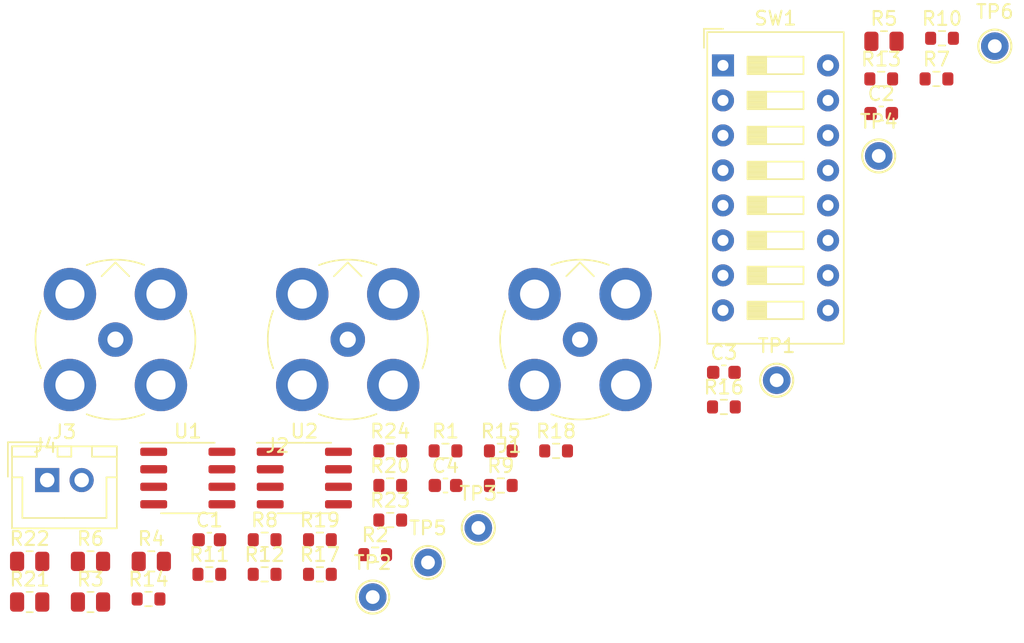
<source format=kicad_pcb>
(kicad_pcb (version 20211014) (generator pcbnew)
  (layers (0 "F.Cu" signal) (31 "B.Cu" signal) (34 "B.Paste" user) (35 "F.Paste" user) (36 "B.SilkS" user "B.Silkscreen") (37 "F.SilkS" user "F.Silkscreen") (38 "B.Mask" user) (39 "F.Mask" user) (44 "Edge.Cuts" user))
  (net 0 "")
  (net 1 "+24V")
  (net 2 "GND")
  (net 3 "Net-(C3-Pad2)")
  (net 4 "/SW1_1_P16")
  (net 5 "GNDS")
  (net 6 "/SW1_5_P12")
  (net 7 "Net-(J4-Pad1)")
  (net 8 "/SW1_1_P1")
  (net 9 "/SW1_5_P5")
  (net 10 "Net-(R11-Pad1)")
  (net 11 "Net-(R14-Pad1)")
  (net 12 "Net-(R9-Pad2)")
  (net 13 "Net-(R10-Pad2)")
  (net 14 "/SW1_4_P4")
  (net 15 "/SW1_3_P3")
  (net 16 "/SW1_2_P2")
  (net 17 "/SW1_8_P8")
  (net 18 "/SW1_7_P7")
  (net 19 "/SW1_6_P6")
  (net 20 "/SW1_2_P15")
  (net 21 "Net-(R17-Pad2)")
  (net 22 "/SW1_6_P11")
  (net 23 "Net-(R19-Pad2)")
  (net 24 "Net-(R20-Pad2)")
  (footprint "Julio_Testpoints:TestPoint_RH-5000" (layer "F.Cu") (at 173.2386 57.2554)
    (fp_text reference "TP4" (at 0 -2.5) (layer "F.SilkS"))
    (fp_text value "Canal_2_G")
    (fp_circle (center 0 0) (end 1.2 0) (layer "F.SilkS") (width 0.15) (fill none))
    (pad "1" thru_hole circle (at 0 0) (size 2 2) (drill 1) (layers *.Cu *.Mask) (net 22 "/SW1_6_P11"))
  )
  (footprint "Resistor_SMD:R_0603_1608Metric" (layer "F.Cu") (at 162.0086 75.4754)
    (fp_text reference "R16" (at 0 -1.43) (layer "F.SilkS"))
    (fp_text value "10K")
    (fp_line (start -0.237258 0.5225) (end 0.237258 0.5225) (layer "F.SilkS") (width 0.12))
    (fp_line (start -0.237258 -0.5225) (end 0.237258 -0.5225) (layer "F.SilkS") (width 0.12))
    (pad "1" smd roundrect (at -0.825 0) (size 0.8 0.95) (layers "F.Cu" "F.Paste" "F.Mask") (net 11 "Net-(R14-Pad1)"))
    (pad "2" smd roundrect (at 0.825 0) (size 0.8 0.95) (layers "F.Cu" "F.Paste" "F.Mask") (net 19 "/SW1_6_P6"))
  )
  (footprint "Julio_Testpoints:TestPoint_RH-5000" (layer "F.Cu") (at 165.8386 73.5354)
    (fp_text reference "TP1" (at 0 -2.5) (layer "F.SilkS"))
    (fp_text value "Canal 1")
    (fp_circle (center 0 0) (end 1.2 0) (layer "F.SilkS") (width 0.15) (fill none))
    (pad "1" thru_hole circle (at 0 0) (size 2 2) (drill 1) (layers *.Cu *.Mask) (net 4 "/SW1_1_P16"))
  )
  (footprint "Resistor_SMD:R_0603_1608Metric" (layer "F.Cu") (at 137.8086 83.6854)
    (fp_text reference "R23" (at 0 -1.43) (layer "F.SilkS"))
    (fp_text value "10K")
    (fp_line (start -0.237258 -0.5225) (end 0.237258 -0.5225) (layer "F.SilkS") (width 0.12))
    (fp_line (start -0.237258 0.5225) (end 0.237258 0.5225) (layer "F.SilkS") (width 0.12))
    (pad "1" smd roundrect (at -0.825 0) (size 0.8 0.95) (layers "F.Cu" "F.Paste" "F.Mask") (net 3 "Net-(C3-Pad2)"))
    (pad "2" smd roundrect (at 0.825 0) (size 0.8 0.95) (layers "F.Cu" "F.Paste" "F.Mask") (net 1 "+24V"))
  )
  (footprint "Capacitor_SMD:C_0603_1608Metric" (layer "F.Cu") (at 173.4186 54.1754)
    (fp_text reference "C2" (at 0 -1.43) (layer "F.SilkS"))
    (fp_text value "100nF 50V")
    (fp_line (start -0.14058 0.51) (end 0.14058 0.51) (layer "F.SilkS") (width 0.12))
    (fp_line (start -0.14058 -0.51) (end 0.14058 -0.51) (layer "F.SilkS") (width 0.12))
    (pad "1" smd roundrect (at -0.775 0) (size 0.9 0.95) (layers "F.Cu" "F.Paste" "F.Mask") (net 1 "+24V"))
    (pad "2" smd roundrect (at 0.775 0) (size 0.9 0.95) (layers "F.Cu" "F.Paste" "F.Mask") (net 2 "GND"))
  )
  (footprint "Package_SO:SOIC-8_3.9x4.9mm_P1.27mm" (layer "F.Cu") (at 131.5786 80.6354)
    (fp_text reference "U2" (at 0 -3.4) (layer "F.SilkS"))
    (fp_text value "LM358DT")
    (fp_line (start 0 2.56) (end -1.95 2.56) (layer "F.SilkS") (width 0.12))
    (fp_line (start 0 2.56) (end 1.95 2.56) (layer "F.SilkS") (width 0.12))
    (fp_line (start 0 -2.56) (end 1.95 -2.56) (layer "F.SilkS") (width 0.12))
    (fp_line (start 0 -2.56) (end -3.45 -2.56) (layer "F.SilkS") (width 0.12))
    (pad "1" smd roundrect (at -2.475 -1.905) (size 1.95 0.6) (layers "F.Cu" "F.Paste" "F.Mask") (net 24 "Net-(R20-Pad2)"))
    (pad "2" smd roundrect (at -2.475 -0.635) (size 1.95 0.6) (layers "F.Cu" "F.Paste" "F.Mask") (net 21 "Net-(R17-Pad2)"))
    (pad "3" smd roundrect (at -2.475 0.635) (size 1.95 0.6) (layers "F.Cu" "F.Paste" "F.Mask") (net 23 "Net-(R19-Pad2)"))
    (pad "4" smd roundrect (at -2.475 1.905) (size 1.95 0.6) (layers "F.Cu" "F.Paste" "F.Mask") (net 2 "GND"))
    (pad "5" smd roundrect (at 2.475 1.905) (size 1.95 0.6) (layers "F.Cu" "F.Paste" "F.Mask") (net 3 "Net-(C3-Pad2)"))
    (pad "6" smd roundrect (at 2.475 0.635) (size 1.95 0.6) (layers "F.Cu" "F.Paste" "F.Mask") (net 5 "GNDS"))
    (pad "7" smd roundrect (at 2.475 -0.635) (size 1.95 0.6) (layers "F.Cu" "F.Paste" "F.Mask") (net 5 "GNDS"))
    (pad "8" smd roundrect (at 2.475 -1.905) (size 1.95 0.6) (layers "F.Cu" "F.Paste" "F.Mask") (net 1 "+24V"))
  )
  (footprint "Resistor_SMD:R_0603_1608Metric" (layer "F.Cu") (at 149.8386 78.6654)
    (fp_text reference "R18" (at 0 -1.43) (layer "F.SilkS"))
    (fp_text value "10K")
    (fp_line (start -0.237258 -0.5225) (end 0.237258 -0.5225) (layer "F.SilkS") (width 0.12))
    (fp_line (start -0.237258 0.5225) (end 0.237258 0.5225) (layer "F.SilkS") (width 0.12))
    (pad "1" smd roundrect (at -0.825 0) (size 0.8 0.95) (layers "F.Cu" "F.Paste" "F.Mask") (net 22 "/SW1_6_P11"))
    (pad "2" smd roundrect (at 0.825 0) (size 0.8 0.95) (layers "F.Cu" "F.Paste" "F.Mask") (net 21 "Net-(R17-Pad2)"))
  )
  (footprint "Julio_Testpoints:TestPoint_RH-5000" (layer "F.Cu") (at 181.6586 49.2854)
    (fp_text reference "TP6" (at 0 -2.5) (layer "F.SilkS"))
    (fp_text value "GNDS")
    (fp_circle (center 0 0) (end 1.2 0) (layer "F.SilkS") (width 0.15) (fill none))
    (pad "1" thru_hole circle (at 0 0) (size 2 2) (drill 1) (layers *.Cu *.Mask) (net 5 "GNDS"))
  )
  (footprint "Package_SO:SOIC-8_3.9x4.9mm_P1.27mm" (layer "F.Cu") (at 123.1286 80.6354)
    (fp_text reference "U1" (at 0 -3.4) (layer "F.SilkS"))
    (fp_text value "LM358DT")
    (fp_line (start 0 2.56) (end 1.95 2.56) (layer "F.SilkS") (width 0.12))
    (fp_line (start 0 2.56) (end -1.95 2.56) (layer "F.SilkS") (width 0.12))
    (fp_line (start 0 -2.56) (end 1.95 -2.56) (layer "F.SilkS") (width 0.12))
    (fp_line (start 0 -2.56) (end -3.45 -2.56) (layer "F.SilkS") (width 0.12))
    (pad "1" smd roundrect (at -2.475 -1.905) (size 1.95 0.6) (layers "F.Cu" "F.Paste" "F.Mask") (net 20 "/SW1_2_P15"))
    (pad "2" smd roundrect (at -2.475 -0.635) (size 1.95 0.6) (layers "F.Cu" "F.Paste" "F.Mask") (net 10 "Net-(R11-Pad1)"))
    (pad "3" smd roundrect (at -2.475 0.635) (size 1.95 0.6) (layers "F.Cu" "F.Paste" "F.Mask") (net 12 "Net-(R9-Pad2)"))
    (pad "4" smd roundrect (at -2.475 1.905) (size 1.95 0.6) (layers "F.Cu" "F.Paste" "F.Mask") (net 2 "GND"))
    (pad "5" smd roundrect (at 2.475 1.905) (size 1.95 0.6) (layers "F.Cu" "F.Paste" "F.Mask") (net 13 "Net-(R10-Pad2)"))
    (pad "6" smd roundrect (at 2.475 0.635) (size 1.95 0.6) (layers "F.Cu" "F.Paste" "F.Mask") (net 11 "Net-(R14-Pad1)"))
    (pad "7" smd roundrect (at 2.475 -0.635) (size 1.95 0.6) (layers "F.Cu" "F.Paste" "F.Mask") (net 22 "/SW1_6_P11"))
    (pad "8" smd roundrect (at 2.475 -1.905) (size 1.95 0.6) (layers "F.Cu" "F.Paste" "F.Mask") (net 1 "+24V"))
  )
  (footprint "Resistor_SMD:R_0603_1608Metric" (layer "F.Cu") (at 136.7186 86.1954)
    (fp_text reference "R2" (at 0 -1.43) (layer "F.SilkS"))
    (fp_text value "1M")
    (fp_line (start -0.237258 -0.5225) (end 0.237258 -0.5225) (layer "F.SilkS") (width 0.12))
    (fp_line (start -0.237258 0.5225) (end 0.237258 0.5225) (layer "F.SilkS") (width 0.12))
    (pad "1" smd roundrect (at -0.825 0) (size 0.8 0.95) (layers "F.Cu" "F.Paste" "F.Mask") (net 5 "GNDS"))
    (pad "2" smd roundrect (at 0.825 0) (size 0.8 0.95) (layers "F.Cu" "F.Paste" "F.Mask") (net 6 "/SW1_5_P12"))
  )
  (footprint "Julio_Testpoints:TestPoint_RH-5000" (layer "F.Cu") (at 136.5386 89.2754)
    (fp_text reference "TP2" (at 0 -2.5) (layer "F.SilkS"))
    (fp_text value "Canal 2")
    (fp_circle (center 0 0) (end 1.2 0) (layer "F.SilkS") (width 0.15) (fill none))
    (pad "1" thru_hole circle (at 0 0) (size 2 2) (drill 1) (layers *.Cu *.Mask) (net 6 "/SW1_5_P12"))
  )
  (footprint "Julio_Testpoints:TestPoint_RH-5000" (layer "F.Cu") (at 144.1986 84.2554)
    (fp_text reference "TP3" (at 0 -2.5) (layer "F.SilkS"))
    (fp_text value "Canal_1_G")
    (fp_circle (center 0 0) (end 1.2 0) (layer "F.SilkS") (width 0.15) (fill none))
    (pad "1" thru_hole circle (at 0 0) (size 2 2) (drill 1) (layers *.Cu *.Mask) (net 20 "/SW1_2_P15"))
  )
  (footprint "Julio_Connectors:JST_XH_B02B-XH-A_02x2.50mm_Straight" (layer "F.Cu") (at 112.9286 80.7854)
    (fp_text reference "J3" (at 1.25 -3.5) (layer "F.SilkS"))
    (fp_text value "Conn_01x02")
    (fp_line (start 0.75 -2.45) (end 0.75 -1.7) (layer "F.SilkS") (width 0.12))
    (fp_line (start 5.05 -0.2) (end 4.3 -0.2) (layer "F.SilkS") (width 0.12))
    (fp_line (start -2.55 -2.45) (end -2.55 -1.7) (layer "F.SilkS") (width 0.12))
    (fp_line (start 4.3 -0.2) (end 4.3 2.75) (layer "F.SilkS") (width 0.12))
    (fp_line (start -2.55 -0.2) (end -1.8 -0.2) (layer "F.SilkS") (width 0.12))
    (fp_line (start 0.75 -1.7) (end 1.75 -1.7) (layer "F.SilkS") (width 0.12))
    (fp_line (start -2.85 -2.75) (end -2.85 -0.25) (layer "F.SilkS") (width 0.12))
    (fp_line (start 5.05 -1.7) (end 5.05 -2.45) (layer "F.SilkS") (width 0.12))
    (fp_line (start 4.3 2.75) (end 1.25 2.75) (layer "F.SilkS") (width 0.12))
    (fp_line (start -0.35 -2.75) (end -2.85 -2.75) (layer "F.SilkS") (width 0.12))
    (fp_line (start -1.8 -0.2) (end -1.8 2.75) (layer "F.SilkS") (width 0.12))
    (fp_line (start -1.8 2.75) (end 1.25 2.75) (layer "F.SilkS") (width 0.12))
    (fp_line (start 5.05 -2.45) (end 3.25 -2.45) (layer "F.SilkS") (width 0.12))
    (fp_line (start -0.75 -1.7) (end -0.75 -2.45) (layer "F.SilkS") (width 0.12))
    (fp_line (start 1.75 -1.7) (end 1.75 -2.45) (layer "F.SilkS") (width 0.12))
    (fp_line (start -2.55 -1.7) (end -0.75 -1.7) (layer "F.SilkS") (width 0.12))
    (fp_line (start 3.25 -2.45) (end 3.25 -1.7) (layer "F.SilkS") (width 0.12))
    (fp_line (start 3.25 -1.7) (end 5.05 -1.7) (layer "F.SilkS") (width 0.12))
    (fp_line (start -2.55 -2.45) (end -2.55 3.5) (layer "F.SilkS") (width 0.12))
    (fp_line (start 1.75 -2.45) (end 0.75 -2.45) (layer "F.SilkS") (width 0.12))
    (fp_line (start -0.75 -2.45) (end -2.55 -2.45) (layer "F.SilkS") (width 0.12))
    (fp_line (start -2.55 3.5) (end 5.05 3.5) (layer "F.SilkS") (width 0.12))
    (fp_line (start 5.05 3.5) (end 5.05 -2.45) (layer "F.SilkS") (width 0.12))
    (fp_line (start 5.05 -2.45) (end -2.55 -2.45) (layer "F.SilkS") (width 0.12))
    (pad "1" thru_hole rect (at 0 0) (size 1.75 1.75) (drill 1.05) (layers *.Cu *.Mask) (net 1 "+24V"))
    (pad "2" thru_hole circle (at 2.5 0) (size 1.75 1.75) (drill 1.05) (layers *.Cu *.Mask) (net 2 "GND"))
  )
  (footprint "Resistor_SMD:R_0805_2012Metric" (layer "F.Cu") (at 120.4786 86.6854)
    (fp_text reference "R4" (at 0 -1.65) (layer "F.SilkS"))
    (fp_text value "100R")
    (fp_line (start -0.227064 0.735) (end 0.227064 0.735) (layer "F.SilkS") (width 0.12))
    (fp_line (start -0.227064 -0.735) (end 0.227064 -0.735) (layer "F.SilkS") (width 0.12))
    (pad "1" smd roundrect (at -0.9125 0) (size 1.025 1.4) (layers "F.Cu" "F.Paste" "F.Mask") (roundrect_rratio 0.243902) (net 9 "/SW1_5_P5"))
    (pad "2" smd roundrect (at 0.9125 0) (size 1.025 1.4) (layers "F.Cu" "F.Paste" "F.Mask") (roundrect_rratio 0.243902) (net 5 "GNDS"))
  )
  (footprint "Resistor_SMD:R_0603_1608Metric" (layer "F.Cu") (at 137.8086 78.6654)
    (fp_text reference "R24" (at 0 -1.43) (layer "F.SilkS"))
    (fp_text value "10K")
    (fp_line (start -0.237258 -0.5225) (end 0.237258 -0.5225) (layer "F.SilkS") (width 0.12))
    (fp_line (start -0.237258 0.5225) (end 0.237258 0.5225) (layer "F.SilkS") (width 0.12))
    (pad "1" smd roundrect (at -0.825 0) (size 0.8 0.95) (layers "F.Cu" "F.Paste" "F.Mask") (net 2 "GND"))
    (pad "2" smd roundrect (at 0.825 0) (size 0.8 0.95) (layers "F.Cu" "F.Paste" "F.Mask") (net 3 "Net-(C3-Pad2)"))
  )
  (footprint "Capacitor_SMD:C_0603_1608Metric" (layer "F.Cu") (at 124.6886 85.1154)
    (fp_text reference "C1" (at 0 -1.43) (layer "F.SilkS"))
    (fp_text value "100nF 50V")
    (fp_line (start -0.14058 0.51) (end 0.14058 0.51) (layer "F.SilkS") (width 0.12))
    (fp_line (start -0.14058 -0.51) (end 0.14058 -0.51) (layer "F.SilkS") (width 0.12))
    (pad "1" smd roundrect (at -0.775 0) (size 0.9 0.95) (layers "F.Cu" "F.Paste" "F.Mask") (net 1 "+24V"))
    (pad "2" smd roundrect (at 0.775 0) (size 0.9 0.95) (layers "F.Cu" "F.Paste" "F.Mask") (net 2 "GND"))
  )
  (footprint "Capacitor_SMD:C_0603_1608Metric" (layer "F.Cu") (at 141.8186 81.1754)
    (fp_text reference "C4" (at 0 -1.43) (layer "F.SilkS"))
    (fp_text value "10uF_25V")
    (fp_line (start -0.14058 0.51) (end 0.14058 0.51) (layer "F.SilkS") (width 0.12))
    (fp_line (start -0.14058 -0.51) (end 0.14058 -0.51) (layer "F.SilkS") (width 0.12))
    (pad "1" smd roundrect (at -0.775 0) (size 0.9 0.95) (layers "F.Cu" "F.Paste" "F.Mask") (net 3 "Net-(C3-Pad2)"))
    (pad "2" smd roundrect (at 0.775 0) (size 0.9 0.95) (layers "F.Cu" "F.Paste" "F.Mask") (net 2 "GND"))
  )
  (footprint "Resistor_SMD:R_0603_1608Metric" (layer "F.Cu") (at 177.4286 51.6654)
    (fp_text reference "R7" (at 0 -1.43) (layer "F.SilkS"))
    (fp_text value "10K")
    (fp_line (start -0.237258 0.5225) (end 0.237258 0.5225) (layer "F.SilkS") (width 0.12))
    (fp_line (start -0.237258 -0.5225) (end 0.237258 -0.5225) (layer "F.SilkS") (width 0.12))
    (pad "1" smd roundrect (at -0.825 0) (size 0.8 0.95) (layers "F.Cu" "F.Paste" "F.Mask") (net 4 "/SW1_1_P16"))
    (pad "2" smd roundrect (at 0.825 0) (size 0.8 0.95) (layers "F.Cu" "F.Paste" "F.Mask") (net 10 "Net-(R11-Pad1)"))
  )
  (footprint "Resistor_SMD:R_0805_2012Metric" (layer "F.Cu") (at 111.6586 89.6354)
    (fp_text reference "R21" (at 0 -1.65) (layer "F.SilkS"))
    (fp_text value "100R")
    (fp_line (start -0.227064 -0.735) (end 0.227064 -0.735) (layer "F.SilkS") (width 0.12))
    (fp_line (start -0.227064 0.735) (end 0.227064 0.735) (layer "F.SilkS") (width 0.12))
    (pad "1" smd roundrect (at -0.9125 0) (size 1.025 1.4) (layers "F.Cu" "F.Paste" "F.Mask") (roundrect_rratio 0.243902) (net 7 "Net-(J4-Pad1)"))
    (pad "2" smd roundrect (at 0.9125 0) (size 1.025 1.4) (layers "F.Cu" "F.Paste" "F.Mask") (roundrect_rratio 0.243902) (net 24 "Net-(R20-Pad2)"))
  )
  (footprint "Julio_Switches:SW_DIP_SPSTx08_Slide_9.78x22.5mm_W7.62mm_P2.54mm" (layer "F.Cu") (at 161.9436 50.6854)
    (fp_text reference "SW1" (at 3.81 -3.42) (layer "F.SilkS"))
    (fp_text value "SW_DIP_x08")
    (fp_line (start 3.133333 17.145) (end 3.133333 18.415) (layer "F.SilkS") (width 0.12))
    (fp_line (start 1.78 12.785) (end 3.133333 12.785) (layer "F.SilkS") (width 0.12))
    (fp_line (start 1.78 15.205) (end 3.133333 15.205) (layer "F.SilkS") (width 0.12))
    (fp_line (start 1.78 5.285) (end 3.133333 5.285) (layer "F.SilkS") (width 0.12))
    (fp_line (start 1.78 2.625) (end 3.133333 2.625) (layer "F.SilkS") (width 0.12))
    (fp_line (start 1.78 12.905) (end 3.133333 12.905) (layer "F.SilkS") (width 0.12))
    (fp_line (start 1.78 4.445) (end 1.78 5.715) (layer "F.SilkS") (width 0.12))
    (fp_line (start 1.78 9.645) (end 3.133333 9.645) (layer "F.SilkS") (width 0.12))
    (fp_line (start 1.78 2.865) (end 3.133333 2.865) (layer "F.SilkS") (width 0.12))
    (fp_line (start 1.78 3.175) (end 5.84 3.175) (layer "F.SilkS") (width 0.12))
    (fp_line (start 1.78 7.825) (end 3.133333 7.825) (layer "F.SilkS") (width 0.12))
    (fp_line (start 3.133333 14.605) (end 3.133333 15.875) (layer "F.SilkS") (width 0.12))
    (fp_line (start 1.78 4.685) (end 3.133333 4.685) (layer "F.SilkS") (width 0.12))
    (fp_line (start 1.78 13.145) (end 3.133333 13.145) (layer "F.SilkS") (width 0.12))
    (fp_line (start 1.78 2.745) (end 3.133333 2.745) (layer "F.SilkS") (width 0.12))
    (fp_line (start 1.78 2.265) (end 3.133333 2.265) (layer "F.SilkS") (width 0.12))
    (fp_line (start 1.78 7.705) (end 3.133333 7.705) (layer "F.SilkS") (width 0.12))
    (fp_line (start 5.84 1.905) (end 1.78 1.905) (layer "F.SilkS") (width 0.12))
    (fp_line (start 5.84 12.065) (end 1.78 12.065) (layer "F.SilkS") (width 0.12))
    (fp_line (start 1.78 3.105) (end 3.133333 3.105) (layer "F.SilkS") (width 0.12))
    (fp_line (start 1.78 12.665) (end 3.133333 12.665) (layer "F.SilkS") (width 0.12))
    (fp_line (start 1.78 18.345) (end 3.133333 18.345) (layer "F.SilkS") (width 0.12))
    (fp_line (start 1.78 14.845) (end 3.133333 14.845) (layer "F.SilkS") (width 0.12))
    (fp_line (start 1.78 13.025) (end 3.133333 13.025) (layer "F.SilkS") (width 0.12))
    (fp_line (start 5.84 13.335) (end 5.84 12.065) (layer "F.SilkS") (width 0.12))
    (fp_line (start 1.78 5.525) (end 3.133333 5.525) (layer "F.SilkS") (width 0.12))
    (fp_line (start 1.78 5.165) (end 3.133333 5.165) (layer "F.SilkS") (width 0.12))
    (fp_line (start 1.78 0.565) (end 3.133333 0.565) (layer "F.SilkS") (width 0.12))
    (fp_line (start 1.78 9.765) (end 3.133333 9.765) (layer "F.SilkS") (width 0.12))
    (fp_line (start 1.78 12.425) (end 3.133333 12.425) (layer "F.SilkS") (width 0.12))
    (fp_line (start 1.78 2.025) (end 3.133333 2.025) (layer "F.SilkS") (width 0.12))
    (fp_line (start 1.78 -0.275) (end 3.133333 -0.275) (layer "F.SilkS") (width 0.12))
    (fp_line (start 3.133333 -0.635) (end 3.133333 0.635) (layer "F.SilkS") (width 0.12))
    (fp_line (start 1.78 13.265) (end 3.133333 13.265) (layer "F.SilkS") (width 0.12))
    (fp_line (start 1.78 10.125) (end 3.133333 10.125) (layer "F.SilkS") (width 0.12))
    (fp_line (start 1.78 7.225) (end 3.133333 7.225) (layer "F.SilkS") (width 0.12))
    (fp_line (start 1.78 7.105) (end 3.133333 7.105) (layer "F.SilkS") (width 0.12))
    (fp_line (start 1.78 5.645) (end 3.133333 5.645) (layer "F.SilkS") (width 0.12))
    (fp_line (start 1.78 2.145) (end 3.133333 2.145) (layer "F.SilkS") (width 0.12))
    (fp_line (start 1.78 6.985) (end 1.78 8.255) (layer "F.SilkS") (width 0.12))
    (fp_line (start 1.78 12.065) (end 1.78 13.335) (layer "F.SilkS") (width 0.12))
    (fp_line (start 1.78 17.145) (end 1.78 18.415) (layer "F.SilkS") (width 0.12))
    (fp_line (start 1.78 7.945) (end 3.133333 7.945) (layer "F.SilkS") (width 0.12))
    (fp_line (start 1.78 15.565) (end 3.133333 15.565) (layer "F.SilkS") (width 0.12))
    (fp_line (start 1.78 0.085) (end 3.133333 0.085) (layer "F.SilkS") (width 0.12))
    (fp_line (start 5.84 14.605) (end 1.78 14.605) (layer "F.SilkS") (width 0.12))
    (fp_line (start 1.78 17.625) (end 3.133333 17.625) (layer "F.SilkS") (width 0.12))
    (fp_line (start 1.78 4.805) (end 3.133333 4.805) (layer "F.SilkS") (width 0.12))
    (fp_line (start 1.78 -0.155) (end 3.133333 -0.155) (layer "F.SilkS") (width 0.12))
    (fp_line (start 1.78 8.185) (end 3.133333 8.185) (layer "F.SilkS") (width 0.12))
    (fp_line (start 1.78 18.225) (end 3.133333 18.225) (layer "F.SilkS") (width 0.12))
    (fp_line (start 1.78 -0.035) (end 3.133333 -0.035) (layer "F.SilkS") (width 0.12))
    (fp_line (start 1.78 0.445) (end 3.133333 0.445) (layer "F.SilkS") (width 0.12))
    (fp_line (start 5.84 15.875) (end 5.84 14.605) (layer "F.SilkS") (width 0.12))
    (fp_line (start 1.78 0.205) (end 3.133333 0.205) (layer "F.SilkS") (width 0.12))
    (fp_line (start 3.133333 6.985) (end 3.133333 8.255) (layer "F.SilkS") (width 0.12))
    (fp_line (start 1.78 2.985) (end 3.133333 2.985) (layer "F.SilkS") (width 0.12))
    (fp_line (start 3.133333 1.905) (end 3.133333 3.175) (layer "F.SilkS") (width 0.12))
    (fp_line (start 1.78 10.795) (end 5.84 10.795) (layer "F.SilkS") (width 0.12))
    (fp_line (start 1.78 10.245) (end 3.133333 10.245) (layer "F.SilkS") (width 0.12))
    (fp_line (start 5.84 18.415) (end 5.84 17.145) (layer "F.SilkS") (width 0.12))
    (fp_line (start 5.84 3.175) (end 5.84 1.905) (layer "F.SilkS") (width 0.12))
    (fp_line (start 1.78 14.605) (end 1.78 15.875) (layer "F.SilkS") (width 0.12))
    (fp_line (start 1.78 1.905) (end 1.78 3.175) (layer "F.SilkS") (width 0.12))
    (fp_line (start 1.78 5.405) (end 3.133333 5.405) (layer "F.SilkS") (width 0.12))
    (fp_line (start 1.78 10.725) (end 3.133333 10.725) (layer "F.SilkS") (width 0.12))
    (fp_line (start 1.78 7.465) (end 3.133333 7.465) (layer "F.SilkS") (width 0.12))
    (fp_line (start 8.76 -2.42) (end 8.76 20.201) (layer "F.SilkS") (width 0.12))
    (fp_line (start 1.78 2.385) (end 3.133333 2.385) (layer "F.SilkS") (width 0.12))
    (fp_line (start 1.78 4.565) (end 3.133333 4.565) (layer "F.SilkS") (width 0.12))
    (fp_line (start 1.78 -0.635) (end 1.78 0.635) (layer "F.SilkS") (width 0.12))
    (fp_line (start 5.84 4.445) (end 1.78 4.445) (layer "F.SilkS") (width 0.12))
    (fp_line (start 1.78 17.265) (end 3.133333 17.265) (layer "F.SilkS") (width 0.12))
    (fp_line (start 1.78 2.505) (end 3.133333 2.505) (layer "F.SilkS") (width 0.12))
    (fp_line (start 5.84 17.145) (end 1.78 17.145) (layer "F.SilkS") (width 0.12))
    (fp_line (start 5.84 6.985) (end 1.78 6.985) (layer "F.SilkS") (width 0.12))
    (fp_line (start 3.133333 9.525) (end 3.133333 10.795) (layer "F.SilkS") (width 0.12))
    (fp_line (start 1.78 17.505) (end 3.133333 17.505) (layer "F.SilkS") (width 0.12))
    (fp_line (start 1.78 15.875) (end 5.84 15.875) (layer "F.SilkS") (width 0.12))
    (fp_line (start 1.78 -0.395) (end 3.133333 -0.395) (layer "F.SilkS") (width 0.12))
    (fp_line (start 1.78 10.005) (end 3.133333 10.005) (layer "F.SilkS") (width 0.12))
    (fp_line (start 5.84 -0.635) (end 1.78 -0.635) (layer "F.SilkS") (width 0.12))
    (fp_line (start 1.78 7.585) (end 3.133333 7.585) (layer "F.SilkS") (width 0.12))
    (fp_line (start 5.84 0.635) (end 5.84 -0.635) (layer "F.SilkS") (width 0.12))
    (fp_line (start 1.78 8.065) (end 3.133333 8.065) (layer "F.SilkS") (width 0.12))
    (fp_line (start -1.14 20.201) (end 8.76 20.201) (layer "F.SilkS") (width 0.12))
    (fp_line (start 1.78 4.925) (end 3.133333 4.925) (layer "F.SilkS") (width 0.12))
    (fp_line (start 1.78 12.545) (end 3.133333 12.545) (layer "F.SilkS") (width 0.12))
    (fp_line (start 1.78 0.325) (end 3.133333 0.325) (layer "F.SilkS") (width 0.12))
    (fp_line (start 1.78 0.635) (end 5.84 0.635) (layer "F.SilkS") (width 0.12))
    (fp_line (start 1.78 9.525) (end 1.78 10.795) (layer "F.SilkS") (width 0.12))
    (fp_line (start 1.78 10.365) (end 3.133333 10.365) (layer "F.SilkS") (width 0.12))
    (fp_line (start 1.78 15.685) (end 3.133333 15.685) (layer "F.SilkS") (width 0.12))
    (fp_line (start 1.78 17.385) (end 3.133333 17.385) (layer "F.SilkS") (width 0.12))
    (fp_line (start 5.84 8.255) (end 5.84 6.985) (layer "F.SilkS") (width 0.12))
    (fp_line (start 1.78 12.305) (end 3.133333 12.305) (layer "F.SilkS") (width 0.12))
    (fp_line (start 1.78 15.805) (end 3.133333 15.805) (layer "F.SilkS") (width 0.12))
    (fp_line (start 5.84 5.715) (end 5.84 4.445) (layer "F.SilkS") (width 0.12))
    (fp_line (start 1.78 10.605) (end 3.133333 10.605) (layer "F.SilkS") (width 0.12))
    (fp_line (start 1.78 9.885) (end 3.133333 9.885) (layer "F.SilkS") (width 0.12))
    (fp_line (start 1.78 14.965) (end 3.133333 14.965) (layer "F.SilkS") (width 0.12))
    (fp_line (start 1.78 -0.515) (end 3.133333 -0.515) (layer "F.SilkS") (width 0.12))
    (fp_line (start 1.78 10.485) (end 3.133333 10.485) (layer "F.SilkS") (width 0.12))
    (fp_line (start 1.78 17.865) (end 3.133333 17.865) (layer "F.SilkS") (width 0.12))
    (fp_line (start 5.84 9.525) (end 1.78 9.525) (layer "F.SilkS") (width 0.12))
    (fp_line (start 1.78 5.045) (end 3.133333 5.045) (layer "F.SilkS") (width 0.12))
    (fp_line (start 1.78 12.185) (end 3.133333 12.185) (layer "F.SilkS") (width 0.12))
    (fp_line (start 1.78 5.715) (end 5.84 5.715) (layer "F.SilkS") (width 0.12))
    (fp_line (start 1.78 8.255) (end 5.84 8.255) (layer "F.SilkS") (width 0.12))
    (fp_line (start 3.133333 4.445) (end 3.133333 5.715) (layer "F.SilkS") (width 0.12))
    (fp_line (start -1.14 -2.42) (end 8.76 -2.42) (layer "F.SilkS") (width 0.12))
    (fp_line (start 1.78 15.325) (end 3.133333 15.325) (layer "F.SilkS") (width 0.12))
    (fp_line (start 3.133333 12.065) (end 3.133333 13.335) (layer "F.SilkS") (width 0.12))
    (fp_line (start 1.78 15.445) (end 3.133333 15.445) (layer "F.SilkS") (width 0.12))
    (fp_line (start 1.78 17.745) (end 3.133333 17.745) (layer "F.SilkS") (width 0.12))
    (fp_line (start 1.78 14.725) (end 3.133333 14.725) (layer "F.SilkS") (width 0.12))
    (fp_line (start 1.78 13.335) (end 5.84 13.335) (layer "F.SilkS") (width 0.12))
    (fp_line (start 1.78 17.985) (end 3.133333 17.985) (layer "F.SilkS") (width 0.12))
    (fp_line (start 1.78 7.345) (end 3.133333 7.345) (layer "F.SilkS") (width 0.12))
    (fp_line (start 1.78 18.105) (end 3.133333 18.105) (layer "F.SilkS") (width 0.12))
    (fp_line (start -1.14 -2.42) (end -1.14 20.201) (layer "F.SilkS") (width 0.12))
    (fp_line (start 1.78 15.085) (end 3.133333 15.085) (layer "F.SilkS") (width 0.12))
    (fp_line (start 5.84 10.795) (end 5.84 9.525) (layer "F.SilkS") (width 0.12))
    (fp_line (start 1.78 18.415) (end 5.84 18.415) (layer "F.SilkS") (width 0.12))
    (fp_line (start -1.38 -2.66) (end -1.38 -1.277) (layer "F.SilkS") (width 0.12))
    (fp_line (start -1.38 -2.66) (end 0.004 -2.66) (layer "F.SilkS") (width 0.12))
    (pad "1" thru_hole rect (at 0 0) (size 1.6 1.6) (drill 0.8) (layers *.Cu *.Mask) (net 8 "/SW1_1_P1"))
    (pad "2" thru_hole oval (at 0 2.54) (size 1.6 1.6) (drill 0.8) (layers *.Cu *.Mask) (net 16 "/SW1_2_P2"))
    (pad "3" thru_hole oval (at 0 5.08) (size 1.6 1.6) (drill 0.8) (layers *.Cu *.Mask) (net 15 "/SW1_3_P3"))
    (pad "4" thru_hole oval (at 0 7.62) (size 1.6 1.6) (drill 0.8) (layers *.Cu *.Mask) (net 14 "/SW1_4_P4"))
    (pad "5" thru_hole oval (at 0 10.16) (size 1.6 1.6) (drill 0.8) (layers *.Cu *.Mask) (net 9 "/SW1_5_P5"))
    (pad "6" thru_hole oval (at 0 12.7) (size 1.6 1.6) (drill 0.8) (layers *.Cu *.Mask) (net 19 "/SW1_6_P6"))
    (pad "7" thru_hole oval (at 0 15.24) (size 1.6 1.6) (drill 0.8) (layers *.Cu *.Mask) (net 18 "/SW1_7_P7"))
    (pad "8" thru_hole oval (at 0 17.78) (size 1.6 1.6) (drill 0.8) (layers *.Cu *.Mask) (net 17 "/SW1_8_P8"))
    (pad "9" thru_hole oval (at 7.62 17.78) (size 1.6 1.6) (drill 0.8) (layers *.Cu *.Mask) (net 22 "/SW1_6_P11"))
    (pad "10" thru_hole oval (at 7.62 15.24) (size 1.6 1.6) (drill 0.8) (layers *.Cu *.Mask) (net 22 "/SW1_6_P11"))
    (pad "11" thru_hole oval (at 7.62 12.7) (size 1.6 1.6) (drill 0.8) (layers *.Cu *.Mask) (net 22 "/SW1_6_P11"))
    (pad "12" thru_hole oval (at 7.62 10.16) (size 1.6 1.6) (drill 0.8) (layers *.Cu *.Mask) (net 6 "/SW1_5_P12"))
    (pad "13" thru_hole oval (at 7.62 7.62) (size 1.6 1.6) (drill 0.8) (layers *.Cu *.Mask) (net 20 "/SW1_2_P15"))
    (pad "14" thru_hole oval (at 7.62 5.08) (size 1.6 1.6) (drill 0.8) (layers *.Cu *.Mask) (net 20 "/SW1_2_P15"))
    (pad "15" thru_hole oval (at 7.62 2.54) (size 1.6 1.6) (drill 0.8) (layers *.Cu *.Mask) (net 20 "/SW1_2_P15"))
    (pad "16" thru_hole oval (at 7.62 0) (size 1.6 1.6) (drill 0.8) (layers *.Cu *.Mask) (net 4 "/SW1_1_P16"))
  )
  (footprint "Resistor_SMD:R_0603_1608Metric" (layer "F.Cu") (at 120.2786 89.4154)
    (fp_text reference "R14" (at 0 -1.43) (layer "F.SilkS"))
    (fp_text value "1M")
    (fp_line (start -0.237258 -0.5225) (end 0.237258 -0.5225) (layer "F.SilkS") (width 0.12))
    (fp_line (start -0.237258 0.5225) (end 0.237258 0.5225) (layer "F.SilkS") (width 0.12))
    (pad "1" smd roundrect (at -0.825 0) (size 0.8 0.95) (layers "F.Cu" "F.Paste" "F.Mask") (net 11 "Net-(R14-Pad1)"))
    (pad "2" smd roundrect (at 0.825 0) (size 0.8 0.95) (layers "F.Cu" "F.Paste" "F.Mask") (net 17 "/SW1_8_P8"))
  )
  (footprint "Resistor_SMD:R_0603_1608Metric" (layer "F.Cu") (at 173.4186 51.6654)
    (fp_text reference "R13" (at 0 -1.43) (layer "F.SilkS"))
    (fp_text value "10K")
    (fp_line (start -0.237258 0.5225) (end 0.237258 0.5225) (layer "F.SilkS") (width 0.12))
    (fp_line (start -0.237258 -0.5225) (end 0.237258 -0.5225) (layer "F.SilkS") (width 0.12))
    (pad "1" smd roundrect (at -0.825 0) (size 0.8 0.95) (layers "F.Cu" "F.Paste" "F.Mask") (net 10 "Net-(R11-Pad1)"))
    (pad "2" smd roundrect (at 0.825 0) (size 0.8 0.95) (layers "F.Cu" "F.Paste" "F.Mask") (net 16 "/SW1_2_P2"))
  )
  (footprint "Julio_Testpoints:TestPoint_RH-5000" (layer "F.Cu") (at 140.5486 86.7654)
    (fp_text reference "TP5" (at 0 -2.5) (layer "F.SilkS"))
    (fp_text value "Saída")
    (fp_circle (center 0 0) (end 1.2 0) (layer "F.SilkS") (width 0.15) (fill none))
    (pad "1" thru_hole circle (at 0 0) (size 2 2) (drill 1) (layers *.Cu *.Mask) (net 7 "Net-(J4-Pad1)"))
  )
  (footprint "Resistor_SMD:R_0603_1608Metric" (layer "F.Cu") (at 132.7086 87.6254)
    (fp_text reference "R17" (at 0 -1.43) (layer "F.SilkS"))
    (fp_text value "10K")
    (fp_line (start -0.237258 0.5225) (end 0.237258 0.5225) (layer "F.SilkS") (width 0.12))
    (fp_line (start -0.237258 -0.5225) (end 0.237258 -0.5225) (layer "F.SilkS") (width 0.12))
    (pad "1" smd roundrect (at -0.825 0) (size 0.8 0.95) (layers "F.Cu" "F.Paste" "F.Mask") (net 20 "/SW1_2_P15"))
    (pad "2" smd roundrect (at 0.825 0) (size 0.8 0.95) (layers "F.Cu" "F.Paste" "F.Mask") (net 21 "Net-(R17-Pad2)"))
  )
  (footprint "Resistor_SMD:R_0603_1608Metric" (layer "F.Cu") (at 177.8286 48.7154)
    (fp_text reference "R10" (at 0 -1.43) (layer "F.SilkS"))
    (fp_text value "10K")
    (fp_line (start -0.237258 -0.5225) (end 0.237258 -0.5225) (layer "F.SilkS") (width 0.12))
    (fp_line (start -0.237258 0.5225) (end 0.237258 0.5225) (layer "F.SilkS") (width 0.12))
    (pad "1" smd roundrect (at -0.825 0) (size 0.8 0.95) (layers "F.Cu" "F.Paste" "F.Mask") (net 5 "GNDS"))
    (pad "2" smd roundrect (at 0.825 0) (size 0.8 0.95) (layers "F.Cu" "F.Paste" "F.Mask") (net 13 "Net-(R10-Pad2)"))
  )
  (footprint "Resistor_SMD:R_0603_1608Metric" (layer "F.Cu") (at 124.6886 87.6254)
    (fp_text reference "R11" (at 0 -1.43) (layer "F.SilkS"))
    (fp_text value "1M")
    (fp_line (start -0.237258 0.5225) (end 0.237258 0.5225) (layer "F.SilkS") (width 0.12))
    (fp_line (start -0.237258 -0.5225) (end 0.237258 -0.5225) (layer "F.SilkS") (width 0.12))
    (pad "1" smd roundrect (at -0.825 0) (size 0.8 0.95) (layers "F.Cu" "F.Paste" "F.Mask") (net 10 "Net-(R11-Pad1)"))
    (pad "2" smd roundrect (at 0.825 0) (size 0.8 0.95) (layers "F.Cu" "F.Paste" "F.Mask") (net 14 "/SW1_4_P4"))
  )
  (footprint "Resistor_SMD:R_0603_1608Metric" (layer "F.Cu") (at 145.8286 81.1754)
    (fp_text reference "R9" (at 0 -1.43) (layer "F.SilkS"))
    (fp_text value "10K")
    (fp_line (start -0.237258 -0.5225) (end 0.237258 -0.5225) (layer "F.SilkS") (width 0.12))
    (fp_line (start -0.237258 0.5225) (end 0.237258 0.5225) (layer "F.SilkS") (width 0.12))
    (pad "1" smd roundrect (at -0.825 0) (size 0.8 0.95) (layers "F.Cu" "F.Paste" "F.Mask") (net 5 "GNDS"))
    (pad "2" smd roundrect (at 0.825 0) (size 0.8 0.95) (layers "F.Cu" "F.Paste" "F.Mask") (net 12 "Net-(R9-Pad2)"))
  )
  (footprint "Julio_Connectors:BNC_DOSIN-801-0083" (layer "F.Cu") (at 117.8786 70.5854)
    (fp_text reference "J4" (at -5.1 7.7) (layer "F.SilkS"))
    (fp_text value "Saída")
    (fp_line (start 0 -5.6) (end 1 -4.6) (layer "F.SilkS") (width 0.12))
    (fp_line (start 0 -5.6) (end -1 -4.6) (layer "F.SilkS") (width 0.12))
    (fp_arc (start -5.406065 2.082165) (mid -5.8 0) (end -5.418891 -2.08455) (layer "F.SilkS") (width 0.12))
    (fp_arc (start 2.082165 5.406065) (mid 0 5.8) (end -2.08455 5.418891) (layer "F.SilkS") (width 0.12))
    (fp_arc (start -2.082165 -5.406065) (mid 0 -5.8) (end 2.08455 -5.418891) (layer "F.SilkS") (width 0.12))
    (fp_arc (start 5.406065 -2.082165) (mid 5.8 0) (end 5.418891 2.08455) (layer "F.SilkS") (width 0.12))
    (pad "1" thru_hole circle (at 0 0) (size 2.5 2.5) (drill 1.17) (layers *.Cu *.Mask) (net 7 "Net-(J4-Pad1)"))
    (pad "2" thru_hole circle (at -3.3 -3.3) (size 3.8 3.8) (drill 2.11) (layers *.Cu *.Mask) (net 5 "GNDS"))
    (pad "2" thru_hole circle (at 3.3 -3.3) (size 3.8 3.8) (drill 2.11) (layers *.Cu *.Mask) (net 5 "GNDS"))
    (pad "2" thru_hole circle (at 3.3 3.3) (size 3.8 3.8) (drill 2.11) (layers *.Cu *.Mask) (net 5 "GNDS"))
    (pad "2" thru_hole circle (at -3.3 3.3) (size 3.8 3.8) (drill 2.11) (layers *.Cu *.Mask) (net 5 "GNDS"))
  )
  (footprint "Resistor_SMD:R_0603_1608Metric" (layer "F.Cu") (at 141.8186 78.6654)
    (fp_text reference "R1" (at 0 -1.43) (layer "F.SilkS"))
    (fp_text value "1M")
    (fp_line (start -0.237258 0.5225) (end 0.237258 0.5225) (layer "F.SilkS") (width 0.12))
    (fp_line (start -0.237258 -0.5225) (end 0.237258 -0.5225) (layer "F.SilkS") (width 0.12))
    (pad "1" smd roundrect (at -0.825 0) (size 0.8 0.95) (layers "F.Cu" "F.Paste" "F.Mask") (net 5 "GNDS"))
    (pad "2" smd roundrect (at 0.825 0) (size 0.8 0.95) (layers "F.Cu" "F.Paste" "F.Mask") (net 4 "/SW1_1_P16"))
  )
  (footprint "Julio_Connectors:BNC_DOSIN-801-0083" (layer "F.Cu") (at 151.5786 70.5854)
    (fp_text reference "J1" (at -5.1 7.7) (layer "F.SilkS"))
    (fp_text value "Canal 1")
    (fp_line (start 0 -5.6) (end -1 -4.6) (layer "F.SilkS") (width 0.12))
    (fp_line (start 0 -5.6) (end 1 -4.6) (layer "F.SilkS") (width 0.12))
    (fp_arc (start 5.406065 -2.082165) (mid 5.8 0) (end 5.418891 2.08455) (layer "F.SilkS") (width 0.12))
    (fp_arc (start 2.082165 5.406065) (mid 0 5.8) (end -2.08455 5.418891) (layer "F.SilkS") (width 0.12))
    (fp_arc (start -5.406065 2.082165) (mid -5.8 0) (end -5.418891 -2.08455) (layer "F.SilkS") (width 0.12))
    (fp_arc (start -2.082165 -5.406065) (mid 0 -5.8) (end 2.08455 -5.418891) (layer "F.SilkS") (width 0.12))
    (pad "1" thru_hole circle (at 0 0) (size 2.5 2.5) (drill 1.17) (layers *.Cu *.Mask) (net 4 "/SW1_1_P16"))
    (pad "2" thru_hole circle (at 3.3 3.3) (size 3.8 3.8) (drill 2.11) (layers *.Cu *.Mask) (net 5 "GNDS"))
    (pad "2" thru_hole circle (at -3.3 3.3) (size 3.8 3.8) (drill 2.11) (layers *.Cu *.Mask) (net 5 "GNDS"))
    (pad "2" thru_hole circle (at -3.3 -3.3) (size 3.8 3.8) (drill 2.11) (layers *.Cu *.Mask) (net 5 "GNDS"))
    (pad "2" thru_hole circle (at 3.3 -3.3) (size 3.8 3.8) (drill 2.11) (layers *.Cu *.Mask) (net 5 "GNDS"))
  )
  (footprint "Resistor_SMD:R_0805_2012Metric" (layer "F.Cu") (at 116.0686 89.6354)
    (fp_text reference "R3" (at 0 -1.65) (layer "F.SilkS"))
    (fp_text value "100R")
    (fp_line (start -0.227064 0.735) (end 0.227064 0.735) (layer "F.SilkS") (width 0.12))
    (fp_line (start -0.227064 -0.735) (end 0.227064 -0.735) (layer "F.SilkS") (width 0.12))
    (pad "1" smd roundrect (at -0.9125 0) (size 1.025 1.4) (layers "F.Cu" "F.Paste" "F.Mask") (roundrect_rratio 0.243902) (net 8 "/SW1_1_P1"))
    (pad "2" smd roundrect (at 0.9125 0) (size 1.025 1.4) (layers "F.Cu" "F.Paste" "F.Mask") (roundrect_rratio 0.243902) (net 5 "GNDS"))
  )
  (footprint "Resistor_SMD:R_0805_2012Metric" (layer "F.Cu") (at 173.6186 48.9354)
    (fp_text reference "R5" (at 0 -1.65) (layer "F.SilkS"))
    (fp_text value "100R")
    (fp_line (start -0.227064 0.735) (end 0.227064 0.735) (layer "F.SilkS") (width 0.12))
    (fp_line (start -0.227064 -0.735) (end 0.227064 -0.735) (layer "F.SilkS") (width 0.12))
    (pad "1" smd roundrect (at -0.9125 0) (size 1.025 1.4) (layers "F.Cu" "F.Paste" "F.Mask") (roundrect_rratio 0.243902) (net 8 "/SW1_1_P1"))
    (pad "2" smd roundrect (at 0.9125 0) (size 1.025 1.4) (layers "F.Cu" "F.Paste" "F.Mask") (roundrect_rratio 0.243902) (net 5 "GNDS"))
  )
  (footprint "Julio_Connectors:BNC_DOSIN-801-0083" (layer "F.Cu") (at 134.7286 70.5854)
    (fp_text reference "J2" (at -5.1 7.7) (layer "F.SilkS"))
    (fp_text value "Canal 2")
    (fp_line (start 0 -5.6) (end 1 -4.6) (layer "F.SilkS") (width 0.12))
    (fp_line (start 0 -5.6) (end -1 -4.6) (layer "F.SilkS") (width 0.12))
    (fp_arc (start 2.082165 5.406065) (mid 0 5.8) (end -2.08455 5.418891) (layer "F.SilkS") (width 0.12))
    (fp_arc (start -5.406065 2.082165) (mid -5.8 0) (end -5.418891 -2.08455) (layer "F.SilkS") (width 0.12))
    (fp_arc (start 5.406065 -2.082165) (mid 5.8 0) (end 5.418891 2.08455) (layer "F.SilkS") (width 0.12))
    (fp_arc (start -2.082165 -5.406065) (mid 0 -5.8) (end 2.08455 -5.418891) (layer "F.SilkS") (width 0.12))
    (pad "1" thru_hole circle (at 0 0) (size 2.5 2.5) (drill 1.17) (layers *.Cu *.Mask) (net 6 "/SW1_5_P12"))
    (pad "2" thru_hole circle (at -3.3 3.3) (size 3.8 3.8) (drill 2.11) (layers *.Cu *.Mask) (net 5 "GNDS"))
    (pad "2" thru_hole circle (at -3.3 -3.3) (size 3.8 3.8) (drill 2.11) (layers *.Cu *.Mask) (net 5 "GNDS"))
    (pad "2" thru_hole circle (at 3.3 3.3) (size 3.8 3.8) (drill 2.11) (layers *.Cu *.Mask) (net 5 "GNDS"))
    (pad "2" thru_hole circle (at 3.3 -3.3) (size 3.8 3.8) (drill 2.11) (layers *.Cu *.Mask) (net 5 "GNDS"))
  )
  (footprint "Resistor_SMD:R_0805_2012Metric" (layer "F.Cu") (at 111.6586 86.6854)
    (fp_text reference "R22" (at 0 -1.65) (layer "F.SilkS"))
    (fp_text value "100R")
    (fp_line (start -0.227064 -0.735) (end 0.227064 -0.735) (layer "F.SilkS") (width 0.12))
    (fp_line (start -0.227064 0.735) (end 0.227064 0.735) (layer "F.SilkS") (width 0.12))
    (pad "1" smd roundrect (at -0.9125 0) (size 1.025 1.4) (layers "F.Cu" "F.Paste" "F.Mask") (roundrect_rratio 0.243902) (net 7 "Net-(J4-Pad1)"))
    (pad "2" smd roundrect (at 0.9125 0) (size 1.025 1.4) (layers "F.Cu" "F.Paste" "F.Mask") (roundrect_rratio 0.243902) (net 24 "Net-(R20-Pad2)"))
  )
  (footprint "Resistor_SMD:R_0603_1608Metric" (layer "F.Cu") (at 137.8086 81.1754)
    (fp_text reference "R20" (at 0 -1.43) (layer "F.SilkS"))
    (fp_text value "10K")
    (fp_line (start -0.237258 0.5225) (end 0.237258 0.5225) (layer "F.SilkS") (width 0.12))
    (fp_line (start -0.237258 -0.5225) (end 0.237258 -0.5225) (layer "F.SilkS") (width 0.12))
    (pad "1" smd roundrect (at -0.825 0) (size 0.8 0.95) (layers "F.Cu" "F.Paste" "F.Mask") (net 21 "Net-(R17-Pad2)"))
    (pad "2" smd roundrect (at 0.825 0) (size 0.8 0.95) (layers "F.Cu" "F.Paste" "F.Mask") (net 24 "Net-(R20-Pad2)"))
  )
  (footprint "Resistor_SMD:R_0603_1608Metric" (layer "F.Cu") (at 145.8286 78.6654)
    (fp_text reference "R15" (at 0 -1.43) (layer "F.SilkS"))
    (fp_text value "100K")
    (fp_line (start -0.237258 -0.5225) (end 0.237258 -0.5225) (layer "F.SilkS") (width 0.12))
    (fp_line (start -0.237258 0.5225) (end 0.237258 0.5225) (layer "F.SilkS") (width 0.12))
    (pad "1" smd roundrect (at -0.825 0) (size 0.8 0.95) (layers "F.Cu" "F.Paste" "F.Mask") (net 11 "Net-(R14-Pad1)"))
    (pad "2" smd roundrect (at 0.825 0) (size 0.8 0.95) (layers "F.Cu" "F.Paste" "F.Mask") (net 18 "/SW1_7_P7"))
  )
  (footprint "Resistor_SMD:R_0603_1608Metric" (layer "F.Cu") (at 128.6986 85.1154)
    (fp_text reference "R8" (at 0 -1.43) (layer "F.SilkS"))
    (fp_text value "10K")
    (fp_line (start -0.237258 -0.5225) (end 0.237258 -0.5225) (layer "F.SilkS") (width 0.12))
    (fp_line (start -0.237258 0.5225) (end 0.237258 0.5225) (layer "F.SilkS") (width 0.12))
    (pad "1" smd roundrect (at -0.825 0) (size 0.8 0.95) (layers "F.Cu" "F.Paste" "F.Mask") (net 6 "/SW1_5_P12"))
    (pad "2" smd roundrect (at 0.825 0) (size 0.8 0.95) (layers "F.Cu" "F.Paste" "F.Mask") (net 11 "Net-(R14-Pad1)"))
  )
  (footprint "Resistor_SMD:R_0603_1608Metric" (layer "F.Cu") (at 128.6986 87.6254)
    (fp_text reference "R12" (at 0 -1.43) (layer "F.SilkS"))
    (fp_text value "100K")
    (fp_line (start -0.237258 -0.5225) (end 0.237258 -0.5225) (layer "F.SilkS") (width 0.12))
    (fp_line (start -0.237258 0.5225) (end 0.237258 0.5225) (layer "F.SilkS") (width 0.12))
    (pad "1" smd roundrect (at -0.825 0) (size 0.8 0.95) (layers "F.Cu" "F.Paste" "F.Mask") (net 10 "Net-(R11-Pad1)"))
    (pad "2" smd roundrect (at 0.825 0) (size 0.8 0.95) (layers "F.Cu" "F.Paste" "F.Mask") (net 15 "/SW1_3_P3"))
  )
  (footprint "Resistor_SMD:R_0805_2012Metric" (layer "F.Cu") (at 116.0686 86.6854)
    (fp_text reference "R6" (at 0 -1.65) (layer "F.SilkS"))
    (fp_text value "100R")
    (fp_line (start -0.227064 0.735) (end 0.227064 0.735) (layer "F.SilkS") (width 0.12))
    (fp_line (start -0.227064 -0.735) (end 0.227064 -0.735) (layer "F.SilkS") (width 0.12))
    (pad "1" smd roundrect (at -0.9125 0) (size 1.025 1.4) (layers "F.Cu" "F.Paste" "F.Mask") (roundrect_rratio 0.243902) (net 9 "/SW1_5_P5"))
    (pad "2" smd roundrect (at 0.9125 0) (size 1.025 1.4) (layers "F.Cu" "F.Paste" "F.Mask") (roundrect_rratio 0.243902) (net 5 "GNDS"))
  )
  (footprint "Resistor_SMD:R_0603_1608Metric" (layer "F.Cu") (at 132.7086 85.1154)
    (fp_text reference "R19" (at 0 -1.43) (layer "F.SilkS"))
    (fp_text value "10K")
    (fp_line (start -0.237258 0.5225) (end 0.237258 0.5225) (layer "F.SilkS") (width 0.12))
    (fp_line (start -0.237258 -0.5225) (end 0.237258 -0.5225) (layer "F.SilkS") (width 0.12))
    (pad "1" smd roundrect (at -0.825 0) (size 0.8 0.95) (layers "F.Cu" "F.Paste" "F.Mask") (net 5 "GNDS"))
    (pad "2" smd roundrect (at 0.825 0) (size 0.8 0.95) (layers "F.Cu" "F.Paste" "F.Mask") (net 23 "Net-(R19-Pad2)"))
  )
  (footprint "Capacitor_SMD:C_0603_1608Metric" (layer "F.Cu") (at 162.0086 72.9654)
    (fp_text reference "C3" (at 0 -1.43) (layer "F.SilkS"))
    (fp_text value "10uF_25V")
    (fp_line (start -0.14058 -0.51) (end 0.14058 -0.51) (layer "F.SilkS") (width 0.12))
    (fp_line (start -0.14058 0.51) (end 0.14058 0.51) (layer "F.SilkS") (width 0.12))
    (pad "1" smd roundrect (at -0.775 0) (size 0.9 0.95) (layers "F.Cu" "F.Paste" "F.Mask") (net 1 "+24V"))
    (pad "2" smd roundrect (at 0.775 0) (size 0.9 0.95) (layers "F.Cu" "F.Paste" "F.Mask") (net 3 "Net-(C3-Pad2)"))
  )
)
</source>
